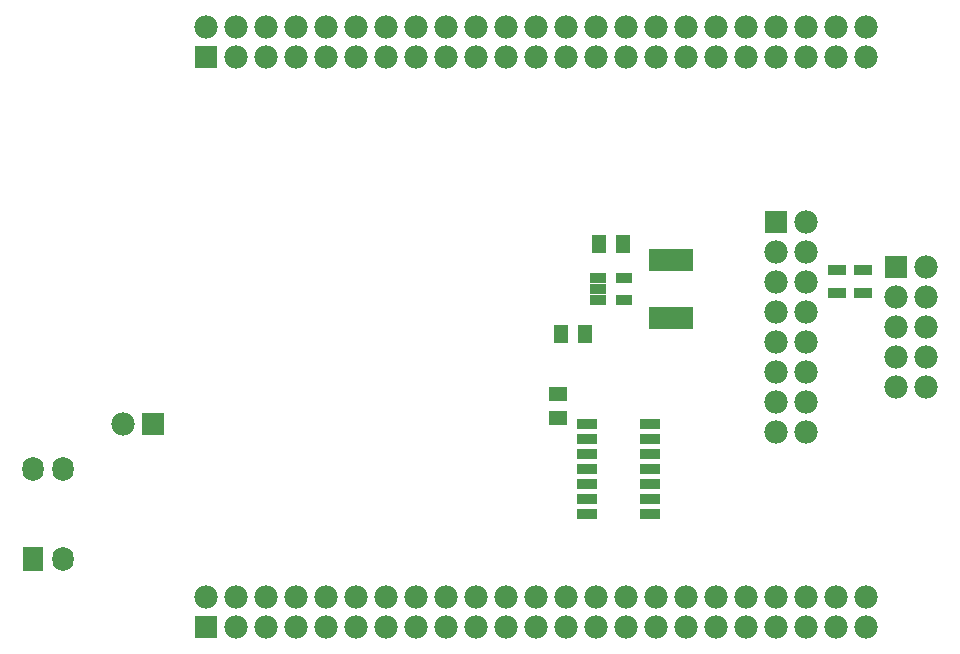
<source format=gbs>
G04 #@! TF.FileFunction,Soldermask,Bot*
%FSLAX46Y46*%
G04 Gerber Fmt 4.6, Leading zero omitted, Abs format (unit mm)*
G04 Created by KiCad (PCBNEW 4.0.1-2.fc23-product) date Sun 31 Jan 2016 08:26:32 PM PST*
%MOMM*%
G01*
G04 APERTURE LIST*
%ADD10C,0.100000*%
%ADD11R,1.987200X1.987200*%
%ADD12O,1.987200X1.987200*%
%ADD13R,1.560000X0.960000*%
%ADD14R,1.260000X1.510000*%
%ADD15R,3.760000X1.860000*%
%ADD16R,1.784000X2.084000*%
%ADD17O,1.784000X2.084000*%
%ADD18R,1.320000X0.910000*%
%ADD19R,1.760000X0.860000*%
%ADD20R,1.510000X1.260000*%
G04 APERTURE END LIST*
D10*
D11*
X174625000Y-79375000D03*
D12*
X177165000Y-79375000D03*
X174625000Y-81915000D03*
X177165000Y-81915000D03*
X174625000Y-84455000D03*
X177165000Y-84455000D03*
X174625000Y-86995000D03*
X177165000Y-86995000D03*
X174625000Y-89535000D03*
X177165000Y-89535000D03*
D11*
X164465000Y-75565000D03*
D12*
X167005000Y-75565000D03*
X164465000Y-78105000D03*
X167005000Y-78105000D03*
X164465000Y-80645000D03*
X167005000Y-80645000D03*
X164465000Y-83185000D03*
X167005000Y-83185000D03*
X164465000Y-85725000D03*
X167005000Y-85725000D03*
X164465000Y-88265000D03*
X167005000Y-88265000D03*
X164465000Y-90805000D03*
X167005000Y-90805000D03*
X164465000Y-93345000D03*
X167005000Y-93345000D03*
D13*
X169672000Y-79695000D03*
X169672000Y-81595000D03*
X171831000Y-79695000D03*
X171831000Y-81595000D03*
D14*
X151495000Y-77470000D03*
X149495000Y-77470000D03*
D15*
X155575000Y-83718400D03*
X155575000Y-78841600D03*
D11*
X116205000Y-109855000D03*
D12*
X116205000Y-107315000D03*
X118745000Y-109855000D03*
X118745000Y-107315000D03*
X121285000Y-109855000D03*
X121285000Y-107315000D03*
X123825000Y-109855000D03*
X123825000Y-107315000D03*
X126365000Y-109855000D03*
X126365000Y-107315000D03*
X128905000Y-109855000D03*
X128905000Y-107315000D03*
X131445000Y-109855000D03*
X131445000Y-107315000D03*
X133985000Y-109855000D03*
X133985000Y-107315000D03*
X136525000Y-109855000D03*
X136525000Y-107315000D03*
X139065000Y-109855000D03*
X139065000Y-107315000D03*
X141605000Y-109855000D03*
X141605000Y-107315000D03*
X144145000Y-109855000D03*
X144145000Y-107315000D03*
X146685000Y-109855000D03*
X146685000Y-107315000D03*
X149225000Y-109855000D03*
X149225000Y-107315000D03*
X151765000Y-109855000D03*
X151765000Y-107315000D03*
X154305000Y-109855000D03*
X154305000Y-107315000D03*
X156845000Y-109855000D03*
X156845000Y-107315000D03*
X159385000Y-109855000D03*
X159385000Y-107315000D03*
X161925000Y-109855000D03*
X161925000Y-107315000D03*
X164465000Y-109855000D03*
X164465000Y-107315000D03*
X167005000Y-109855000D03*
X167005000Y-107315000D03*
X169545000Y-109855000D03*
X169545000Y-107315000D03*
X172085000Y-109855000D03*
X172085000Y-107315000D03*
D11*
X116205000Y-61595000D03*
D12*
X116205000Y-59055000D03*
X118745000Y-61595000D03*
X118745000Y-59055000D03*
X121285000Y-61595000D03*
X121285000Y-59055000D03*
X123825000Y-61595000D03*
X123825000Y-59055000D03*
X126365000Y-61595000D03*
X126365000Y-59055000D03*
X128905000Y-61595000D03*
X128905000Y-59055000D03*
X131445000Y-61595000D03*
X131445000Y-59055000D03*
X133985000Y-61595000D03*
X133985000Y-59055000D03*
X136525000Y-61595000D03*
X136525000Y-59055000D03*
X139065000Y-61595000D03*
X139065000Y-59055000D03*
X141605000Y-61595000D03*
X141605000Y-59055000D03*
X144145000Y-61595000D03*
X144145000Y-59055000D03*
X146685000Y-61595000D03*
X146685000Y-59055000D03*
X149225000Y-61595000D03*
X149225000Y-59055000D03*
X151765000Y-61595000D03*
X151765000Y-59055000D03*
X154305000Y-61595000D03*
X154305000Y-59055000D03*
X156845000Y-61595000D03*
X156845000Y-59055000D03*
X159385000Y-61595000D03*
X159385000Y-59055000D03*
X161925000Y-61595000D03*
X161925000Y-59055000D03*
X164465000Y-61595000D03*
X164465000Y-59055000D03*
X167005000Y-61595000D03*
X167005000Y-59055000D03*
X169545000Y-61595000D03*
X169545000Y-59055000D03*
X172085000Y-61595000D03*
X172085000Y-59055000D03*
D11*
X111760000Y-92710000D03*
D12*
X109220000Y-92710000D03*
D16*
X101600000Y-104140000D03*
D17*
X101600000Y-96520000D03*
X104140000Y-104140000D03*
X104140000Y-96520000D03*
D18*
X149395000Y-82230000D03*
X149395000Y-81280000D03*
X149395000Y-80330000D03*
X151595000Y-80330000D03*
X151595000Y-82230000D03*
D19*
X153830000Y-92710000D03*
X153830000Y-93980000D03*
X153830000Y-95250000D03*
X153830000Y-96520000D03*
X153830000Y-97790000D03*
X153830000Y-99060000D03*
X153830000Y-100330000D03*
X148430000Y-100330000D03*
X148430000Y-99060000D03*
X148430000Y-97790000D03*
X148430000Y-96520000D03*
X148430000Y-95250000D03*
X148430000Y-93980000D03*
X148430000Y-92710000D03*
D20*
X146050000Y-92170000D03*
X146050000Y-90170000D03*
D14*
X148280000Y-85090000D03*
X146280000Y-85090000D03*
M02*

</source>
